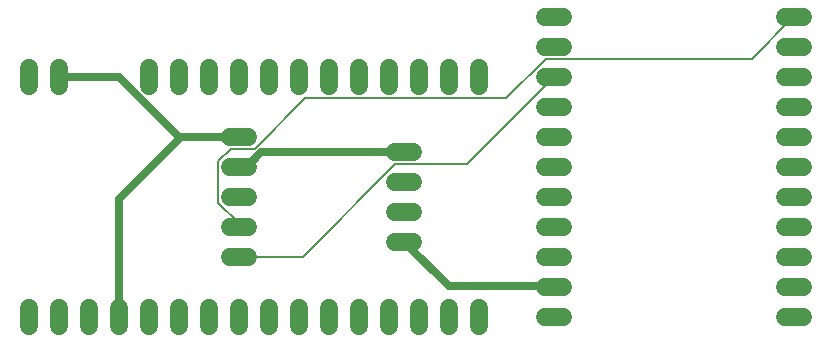
<source format=gbr>
G04 EAGLE Gerber RS-274X export*
G75*
%MOMM*%
%FSLAX34Y34*%
%LPD*%
%INBottom Copper*%
%IPPOS*%
%AMOC8*
5,1,8,0,0,1.08239X$1,22.5*%
G01*
%ADD10C,1.524000*%
%ADD11C,0.635000*%
%ADD12C,0.152400*%


D10*
X236220Y88900D02*
X220980Y88900D01*
X220980Y114300D02*
X236220Y114300D01*
X236220Y139700D02*
X220980Y139700D01*
X220980Y165100D02*
X236220Y165100D01*
X236220Y190500D02*
X220980Y190500D01*
X50800Y233680D02*
X50800Y248920D01*
X76200Y248920D02*
X76200Y233680D01*
X152400Y233680D02*
X152400Y248920D01*
X177800Y248920D02*
X177800Y233680D01*
X203200Y233680D02*
X203200Y248920D01*
X228600Y248920D02*
X228600Y233680D01*
X254000Y233680D02*
X254000Y248920D01*
X279400Y248920D02*
X279400Y233680D01*
X304800Y233680D02*
X304800Y248920D01*
X330200Y248920D02*
X330200Y233680D01*
X355600Y233680D02*
X355600Y248920D01*
X381000Y248920D02*
X381000Y233680D01*
X406400Y233680D02*
X406400Y248920D01*
X431800Y248920D02*
X431800Y233680D01*
X50800Y45720D02*
X50800Y30480D01*
X76200Y30480D02*
X76200Y45720D01*
X101600Y45720D02*
X101600Y30480D01*
X127000Y30480D02*
X127000Y45720D01*
X152400Y45720D02*
X152400Y30480D01*
X177800Y30480D02*
X177800Y45720D01*
X203200Y45720D02*
X203200Y30480D01*
X228600Y30480D02*
X228600Y45720D01*
X254000Y45720D02*
X254000Y30480D01*
X279400Y30480D02*
X279400Y45720D01*
X304800Y45720D02*
X304800Y30480D01*
X330200Y30480D02*
X330200Y45720D01*
X355600Y45720D02*
X355600Y30480D01*
X381000Y30480D02*
X381000Y45720D01*
X406400Y45720D02*
X406400Y30480D01*
X431800Y30480D02*
X431800Y45720D01*
X375920Y177800D02*
X360680Y177800D01*
X360680Y152400D02*
X375920Y152400D01*
X375920Y127000D02*
X360680Y127000D01*
X360680Y101600D02*
X375920Y101600D01*
X690880Y38100D02*
X706120Y38100D01*
X706120Y63500D02*
X690880Y63500D01*
X690880Y88900D02*
X706120Y88900D01*
X706120Y114300D02*
X690880Y114300D01*
X690880Y139700D02*
X706120Y139700D01*
X706120Y165100D02*
X690880Y165100D01*
X690880Y190500D02*
X706120Y190500D01*
X706120Y215900D02*
X690880Y215900D01*
X690880Y241300D02*
X706120Y241300D01*
X706120Y266700D02*
X690880Y266700D01*
X690880Y292100D02*
X706120Y292100D01*
X502920Y38100D02*
X487680Y38100D01*
X487680Y63500D02*
X502920Y63500D01*
X502920Y88900D02*
X487680Y88900D01*
X487680Y114300D02*
X502920Y114300D01*
X502920Y139700D02*
X487680Y139700D01*
X487680Y165100D02*
X502920Y165100D01*
X502920Y190500D02*
X487680Y190500D01*
X487680Y215900D02*
X502920Y215900D01*
X502920Y241300D02*
X487680Y241300D01*
X487680Y266700D02*
X502920Y266700D01*
X502920Y292100D02*
X487680Y292100D01*
D11*
X368046Y177546D02*
X247650Y177546D01*
X235458Y165354D01*
X228600Y165354D01*
X368046Y177546D02*
X368300Y177800D01*
X228600Y165354D02*
X228600Y165100D01*
X406146Y64008D02*
X495300Y64008D01*
X406146Y64008D02*
X368808Y101346D01*
X495300Y64008D02*
X495300Y63500D01*
X368808Y101346D02*
X368300Y101600D01*
X127254Y240792D02*
X76200Y240792D01*
X127254Y240792D02*
X177546Y190500D01*
X228600Y190500D01*
X76200Y240792D02*
X76200Y241300D01*
X127254Y137922D02*
X127254Y38100D01*
X127254Y137922D02*
X176784Y187452D01*
X127254Y38100D02*
X127000Y38100D01*
X176784Y187452D02*
X177546Y190500D01*
D12*
X228600Y117348D02*
X228600Y114300D01*
X228600Y117348D02*
X211074Y134874D01*
X211074Y169926D01*
X221742Y180594D01*
X242316Y180594D01*
X284988Y223266D01*
X454914Y223266D01*
X488442Y256794D01*
X662940Y256794D01*
X697992Y291846D01*
X698500Y292100D01*
X282702Y89154D02*
X228600Y89154D01*
X282702Y89154D02*
X361188Y167640D01*
X422148Y167640D01*
X495300Y240792D01*
X228600Y89154D02*
X228600Y88900D01*
X495300Y240792D02*
X495300Y241300D01*
M02*

</source>
